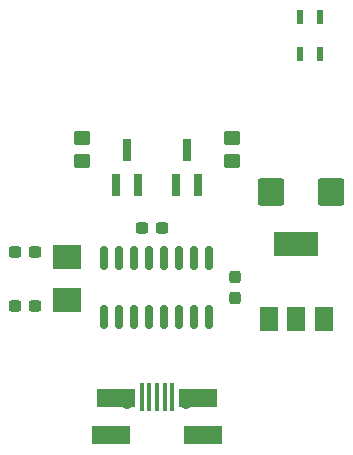
<source format=gbr>
%TF.GenerationSoftware,KiCad,Pcbnew,6.0.1+dfsg-1*%
%TF.CreationDate,2022-09-02T19:09:09-04:00*%
%TF.ProjectId,CH340-testing,43483334-302d-4746-9573-74696e672e6b,rev?*%
%TF.SameCoordinates,Original*%
%TF.FileFunction,Paste,Top*%
%TF.FilePolarity,Positive*%
%FSLAX46Y46*%
G04 Gerber Fmt 4.6, Leading zero omitted, Abs format (unit mm)*
G04 Created by KiCad (PCBNEW 6.0.1+dfsg-1) date 2022-09-02 19:09:09*
%MOMM*%
%LPD*%
G01*
G04 APERTURE LIST*
G04 Aperture macros list*
%AMRoundRect*
0 Rectangle with rounded corners*
0 $1 Rounding radius*
0 $2 $3 $4 $5 $6 $7 $8 $9 X,Y pos of 4 corners*
0 Add a 4 corners polygon primitive as box body*
4,1,4,$2,$3,$4,$5,$6,$7,$8,$9,$2,$3,0*
0 Add four circle primitives for the rounded corners*
1,1,$1+$1,$2,$3*
1,1,$1+$1,$4,$5*
1,1,$1+$1,$6,$7*
1,1,$1+$1,$8,$9*
0 Add four rect primitives between the rounded corners*
20,1,$1+$1,$2,$3,$4,$5,0*
20,1,$1+$1,$4,$5,$6,$7,0*
20,1,$1+$1,$6,$7,$8,$9,0*
20,1,$1+$1,$8,$9,$2,$3,0*%
G04 Aperture macros list end*
%ADD10RoundRect,0.237500X0.300000X0.237500X-0.300000X0.237500X-0.300000X-0.237500X0.300000X-0.237500X0*%
%ADD11RoundRect,0.250000X-0.875000X-0.925000X0.875000X-0.925000X0.875000X0.925000X-0.875000X0.925000X0*%
%ADD12R,0.600000X1.200000*%
%ADD13RoundRect,0.250000X0.450000X-0.350000X0.450000X0.350000X-0.450000X0.350000X-0.450000X-0.350000X0*%
%ADD14R,2.400000X2.000000*%
%ADD15R,0.800000X1.900000*%
%ADD16O,0.890000X1.550000*%
%ADD17O,1.250000X0.950000*%
%ADD18R,0.400000X2.350000*%
%ADD19R,3.200000X1.550000*%
%ADD20RoundRect,0.237500X0.237500X-0.300000X0.237500X0.300000X-0.237500X0.300000X-0.237500X-0.300000X0*%
%ADD21RoundRect,0.150000X-0.150000X0.825000X-0.150000X-0.825000X0.150000X-0.825000X0.150000X0.825000X0*%
%ADD22R,1.500000X2.000000*%
%ADD23R,3.800000X2.000000*%
G04 APERTURE END LIST*
D10*
%TO.C,C2*%
X139686500Y-124892000D03*
X137961500Y-124892000D03*
%TD*%
D11*
%TO.C,C5*%
X159642000Y-119812000D03*
X164742000Y-119812000D03*
%TD*%
D12*
%TO.C,SW1*%
X162129194Y-105054000D03*
X162129194Y-108154000D03*
X163829194Y-105054000D03*
X163829194Y-108154000D03*
%TD*%
D13*
%TO.C,R2*%
X143650000Y-117256000D03*
X143650000Y-115256000D03*
%TD*%
D14*
%TO.C,Y1*%
X142380000Y-129027999D03*
X142380000Y-125327999D03*
%TD*%
D15*
%TO.C,Q1*%
X151590000Y-119280000D03*
X153490000Y-119280000D03*
X152540000Y-116280000D03*
%TD*%
D16*
%TO.C,J2*%
X153500000Y-140416000D03*
X146500000Y-140416000D03*
D17*
X147500000Y-137716000D03*
X152500000Y-137716000D03*
D18*
X148700000Y-137216000D03*
X149350000Y-137216000D03*
X150000000Y-137216000D03*
X150650000Y-137216000D03*
X151300000Y-137216000D03*
D19*
X153500000Y-137316000D03*
X146100000Y-140416000D03*
X146500000Y-137316000D03*
X153900000Y-140416000D03*
%TD*%
D20*
%TO.C,C4*%
X156604000Y-128802500D03*
X156604000Y-127077500D03*
%TD*%
D21*
%TO.C,U1*%
X154445000Y-125465000D03*
X153175000Y-125465000D03*
X151905000Y-125465000D03*
X150635000Y-125465000D03*
X149365000Y-125465000D03*
X148095000Y-125465000D03*
X146825000Y-125465000D03*
X145555000Y-125465000D03*
X145555000Y-130415000D03*
X146825000Y-130415000D03*
X148095000Y-130415000D03*
X149365000Y-130415000D03*
X150635000Y-130415000D03*
X151905000Y-130415000D03*
X153175000Y-130415000D03*
X154445000Y-130415000D03*
%TD*%
D15*
%TO.C,Q2*%
X146510000Y-119280000D03*
X148410000Y-119280000D03*
X147460000Y-116280000D03*
%TD*%
D10*
%TO.C,C1*%
X139686500Y-129464000D03*
X137961500Y-129464000D03*
%TD*%
D22*
%TO.C,U2*%
X159511000Y-130582000D03*
X161811000Y-130582000D03*
D23*
X161811000Y-124282000D03*
D22*
X164111000Y-130582000D03*
%TD*%
D10*
%TO.C,C3*%
X150460000Y-122860000D03*
X148735000Y-122860000D03*
%TD*%
D13*
%TO.C,R1*%
X156350000Y-117256000D03*
X156350000Y-115256000D03*
%TD*%
M02*

</source>
